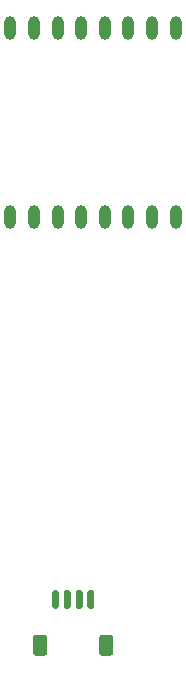
<source format=gbr>
%TF.GenerationSoftware,KiCad,Pcbnew,5.1.12-84ad8e8a86~92~ubuntu18.04.1*%
%TF.CreationDate,2022-01-08T21:29:22-05:00*%
%TF.ProjectId,remote,72656d6f-7465-42e6-9b69-6361645f7063,rev?*%
%TF.SameCoordinates,Original*%
%TF.FileFunction,Paste,Top*%
%TF.FilePolarity,Positive*%
%FSLAX46Y46*%
G04 Gerber Fmt 4.6, Leading zero omitted, Abs format (unit mm)*
G04 Created by KiCad (PCBNEW 5.1.12-84ad8e8a86~92~ubuntu18.04.1) date 2022-01-08 21:29:22*
%MOMM*%
%LPD*%
G01*
G04 APERTURE LIST*
%ADD10O,1.000000X2.000000*%
G04 APERTURE END LIST*
D10*
%TO.C,U1*%
X31040000Y-119480000D03*
X33040000Y-119480000D03*
X35040000Y-119480000D03*
X37040000Y-119480000D03*
X39040000Y-119480000D03*
X41040000Y-119480000D03*
X43040000Y-119480000D03*
X45040000Y-119480000D03*
X45040000Y-103480000D03*
X43040000Y-103480000D03*
X41040000Y-103480000D03*
X39040000Y-103480000D03*
X37040000Y-103480000D03*
X35040000Y-103480000D03*
X33040000Y-103480000D03*
X31040000Y-103480000D03*
%TD*%
%TO.C,J20*%
G36*
G01*
X34560000Y-152505000D02*
X34560000Y-151255000D01*
G75*
G02*
X34710000Y-151105000I150000J0D01*
G01*
X35010000Y-151105000D01*
G75*
G02*
X35160000Y-151255000I0J-150000D01*
G01*
X35160000Y-152505000D01*
G75*
G02*
X35010000Y-152655000I-150000J0D01*
G01*
X34710000Y-152655000D01*
G75*
G02*
X34560000Y-152505000I0J150000D01*
G01*
G37*
G36*
G01*
X35560000Y-152505000D02*
X35560000Y-151255000D01*
G75*
G02*
X35710000Y-151105000I150000J0D01*
G01*
X36010000Y-151105000D01*
G75*
G02*
X36160000Y-151255000I0J-150000D01*
G01*
X36160000Y-152505000D01*
G75*
G02*
X36010000Y-152655000I-150000J0D01*
G01*
X35710000Y-152655000D01*
G75*
G02*
X35560000Y-152505000I0J150000D01*
G01*
G37*
G36*
G01*
X36560000Y-152505000D02*
X36560000Y-151255000D01*
G75*
G02*
X36710000Y-151105000I150000J0D01*
G01*
X37010000Y-151105000D01*
G75*
G02*
X37160000Y-151255000I0J-150000D01*
G01*
X37160000Y-152505000D01*
G75*
G02*
X37010000Y-152655000I-150000J0D01*
G01*
X36710000Y-152655000D01*
G75*
G02*
X36560000Y-152505000I0J150000D01*
G01*
G37*
G36*
G01*
X37560000Y-152505000D02*
X37560000Y-151255000D01*
G75*
G02*
X37710000Y-151105000I150000J0D01*
G01*
X38010000Y-151105000D01*
G75*
G02*
X38160000Y-151255000I0J-150000D01*
G01*
X38160000Y-152505000D01*
G75*
G02*
X38010000Y-152655000I-150000J0D01*
G01*
X37710000Y-152655000D01*
G75*
G02*
X37560000Y-152505000I0J150000D01*
G01*
G37*
G36*
G01*
X32960000Y-156405001D02*
X32960000Y-155104999D01*
G75*
G02*
X33209999Y-154855000I249999J0D01*
G01*
X33910001Y-154855000D01*
G75*
G02*
X34160000Y-155104999I0J-249999D01*
G01*
X34160000Y-156405001D01*
G75*
G02*
X33910001Y-156655000I-249999J0D01*
G01*
X33209999Y-156655000D01*
G75*
G02*
X32960000Y-156405001I0J249999D01*
G01*
G37*
G36*
G01*
X38560000Y-156405001D02*
X38560000Y-155104999D01*
G75*
G02*
X38809999Y-154855000I249999J0D01*
G01*
X39510001Y-154855000D01*
G75*
G02*
X39760000Y-155104999I0J-249999D01*
G01*
X39760000Y-156405001D01*
G75*
G02*
X39510001Y-156655000I-249999J0D01*
G01*
X38809999Y-156655000D01*
G75*
G02*
X38560000Y-156405001I0J249999D01*
G01*
G37*
%TD*%
M02*

</source>
